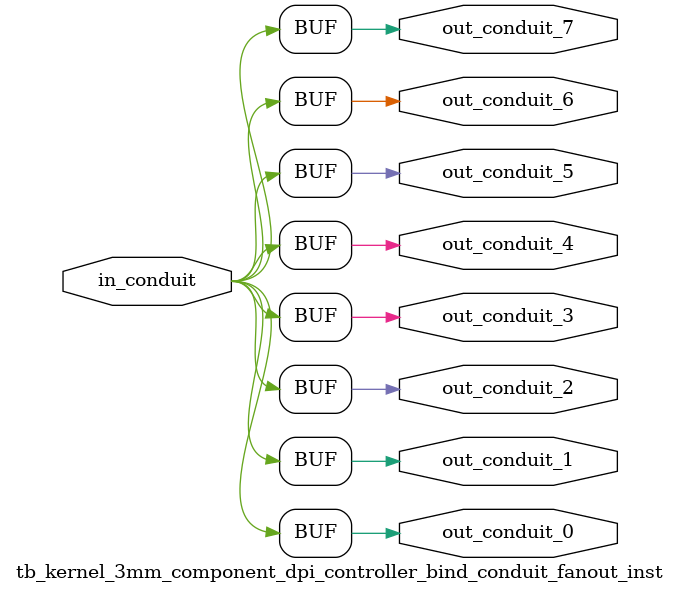
<source format=sv>


 


// --------------------------------------------------------------------------------
//| Avalon Conduit Fan-Out
// --------------------------------------------------------------------------------

// ------------------------------------------
// Generation parameters:
//   output_name:       tb_kernel_3mm_component_dpi_controller_bind_conduit_fanout_inst
//   numFanOut:         8
//   
// ------------------------------------------

module tb_kernel_3mm_component_dpi_controller_bind_conduit_fanout_inst (     

// Interface: out_conduit_0
 output                    out_conduit_0,
// Interface: out_conduit_1
 output                    out_conduit_1,
// Interface: out_conduit_2
 output                    out_conduit_2,
// Interface: out_conduit_3
 output                    out_conduit_3,
// Interface: out_conduit_4
 output                    out_conduit_4,
// Interface: out_conduit_5
 output                    out_conduit_5,
// Interface: out_conduit_6
 output                    out_conduit_6,
// Interface: out_conduit_7
 output                    out_conduit_7,

// Interface: in_conduit
 input                   in_conduit

);

   assign  out_conduit_0 = in_conduit;
   assign  out_conduit_1 = in_conduit;
   assign  out_conduit_2 = in_conduit;
   assign  out_conduit_3 = in_conduit;
   assign  out_conduit_4 = in_conduit;
   assign  out_conduit_5 = in_conduit;
   assign  out_conduit_6 = in_conduit;
   assign  out_conduit_7 = in_conduit;

endmodule //


</source>
